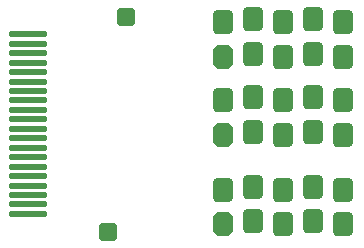
<source format=gbr>
%TF.GenerationSoftware,Altium Limited,Altium Designer,24.8.2 (39)*%
G04 Layer_Color=255*
%FSLAX45Y45*%
%MOMM*%
%TF.SameCoordinates,C54AC7BA-B540-4DA4-B2B9-A01D8BF79CE3*%
%TF.FilePolarity,Positive*%
%TF.FileFunction,Pads,Top*%
%TF.Part,Single*%
G01*
G75*
%TA.AperFunction,SMDPad,CuDef*%
G04:AMPARAMS|DCode=10|XSize=3.2mm|YSize=0.5mm|CornerRadius=0.125mm|HoleSize=0mm|Usage=FLASHONLY|Rotation=0.000|XOffset=0mm|YOffset=0mm|HoleType=Round|Shape=RoundedRectangle|*
%AMROUNDEDRECTD10*
21,1,3.20000,0.25000,0,0,0.0*
21,1,2.95000,0.50000,0,0,0.0*
1,1,0.25000,1.47500,-0.12500*
1,1,0.25000,-1.47500,-0.12500*
1,1,0.25000,-1.47500,0.12500*
1,1,0.25000,1.47500,0.12500*
%
%ADD10ROUNDEDRECTD10*%
%TA.AperFunction,ComponentPad*%
G04:AMPARAMS|DCode=14|XSize=1.7mm|YSize=2.1mm|CornerRadius=0.425mm|HoleSize=0mm|Usage=FLASHONLY|Rotation=0.000|XOffset=0mm|YOffset=0mm|HoleType=Round|Shape=RoundedRectangle|*
%AMROUNDEDRECTD14*
21,1,1.70000,1.25001,0,0,0.0*
21,1,0.85000,2.10000,0,0,0.0*
1,1,0.85000,0.42500,-0.62500*
1,1,0.85000,-0.42500,-0.62500*
1,1,0.85000,-0.42500,0.62500*
1,1,0.85000,0.42500,0.62500*
%
%ADD14ROUNDEDRECTD14*%
G04:AMPARAMS|DCode=15|XSize=1.7mm|YSize=2.1mm|CornerRadius=0mm|HoleSize=0mm|Usage=FLASHONLY|Rotation=0.000|XOffset=0mm|YOffset=0mm|HoleType=Round|Shape=Octagon|*
%AMOCTAGOND15*
4,1,8,-0.42500,1.05000,0.42500,1.05000,0.85000,0.62500,0.85000,-0.62500,0.42500,-1.05000,-0.42500,-1.05000,-0.85000,-0.62500,-0.85000,0.62500,-0.42500,1.05000,0.0*
%
%ADD15OCTAGOND15*%

G04:AMPARAMS|DCode=16|XSize=1.55mm|YSize=1.6mm|CornerRadius=0.3875mm|HoleSize=0mm|Usage=FLASHONLY|Rotation=270.000|XOffset=0mm|YOffset=0mm|HoleType=Round|Shape=RoundedRectangle|*
%AMROUNDEDRECTD16*
21,1,1.55000,0.82500,0,0,270.0*
21,1,0.77500,1.60000,0,0,270.0*
1,1,0.77500,-0.41250,-0.38750*
1,1,0.77500,-0.41250,0.38750*
1,1,0.77500,0.41250,0.38750*
1,1,0.77500,0.41250,-0.38750*
%
%ADD16ROUNDEDRECTD16*%
D10*
X299999Y750001D02*
D03*
Y670001D02*
D03*
Y830001D02*
D03*
Y590001D02*
D03*
Y990001D02*
D03*
Y910001D02*
D03*
Y1230000D02*
D03*
Y1070000D02*
D03*
Y1470000D02*
D03*
Y1150000D02*
D03*
Y1390000D02*
D03*
Y1310000D02*
D03*
Y1629999D02*
D03*
Y1869999D02*
D03*
Y1949999D02*
D03*
Y2029998D02*
D03*
Y1549999D02*
D03*
Y2109998D02*
D03*
Y1709999D02*
D03*
Y1789999D02*
D03*
D14*
X2965998Y793998D02*
D03*
X2711998Y819997D02*
D03*
X2457998Y793998D02*
D03*
X2203998Y819997D02*
D03*
X1949998Y793998D02*
D03*
X2965998Y499998D02*
D03*
X2711998Y525997D02*
D03*
X2457998Y499998D02*
D03*
X2203998Y525997D02*
D03*
X2965998Y1553998D02*
D03*
X2711998Y1580002D02*
D03*
X2457998Y1553998D02*
D03*
X2203998Y1580002D02*
D03*
X1949998Y1553998D02*
D03*
X2965998Y1259998D02*
D03*
X2711998Y1286002D02*
D03*
X2457998Y1259998D02*
D03*
X2203998Y1286002D02*
D03*
X2965998Y2213998D02*
D03*
X2711998Y2239998D02*
D03*
X2457998Y2213998D02*
D03*
X2203998Y2239998D02*
D03*
X1949998Y2213998D02*
D03*
X2965998Y1919998D02*
D03*
X2711998Y1945998D02*
D03*
X2457998Y1919998D02*
D03*
X2203998Y1945998D02*
D03*
D15*
X1949998Y499998D02*
D03*
Y1259998D02*
D03*
Y1919998D02*
D03*
D16*
X982999Y440003D02*
D03*
X1132996Y2260000D02*
D03*
%TF.MD5,de2ace050f5fa8a9f9a81765fb5aaba2*%
M02*

</source>
